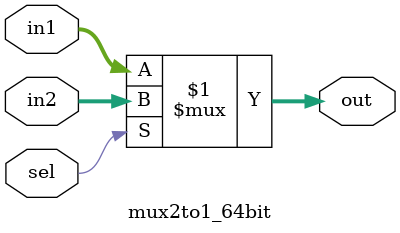
<source format=v>


module mux2to1_64bit(in1,in2,sel,out);

parameter DWIDTH=32;							
parameter AWIDTH=10;								
parameter IWIDTH=64;
parameter CLASS=16;
parameter HiddenNeuron=16;
parameter x=4;
parameter Layer=3;
parameter t=4'b0000;
parameter k=64'h0FFC19C3E7E7C01FF;
parameter learningrate = 32'b00000000000000000000011010001101;

input [IWIDTH-1:0] in1,in2;
input sel;
output [IWIDTH-1:0] out;

assign out=sel?in2:in1;

endmodule 
</source>
